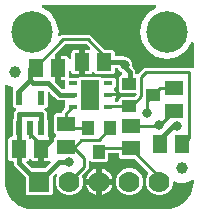
<source format=gbr>
G04 EAGLE Gerber RS-274X export*
G75*
%MOMM*%
%FSLAX34Y34*%
%LPD*%
%INTop Copper*%
%IPPOS*%
%AMOC8*
5,1,8,0,0,1.08239X$1,22.5*%
G01*
%ADD10R,1.600000X2.500000*%
%ADD11R,0.800000X0.400000*%
%ADD12C,3.516000*%
%ADD13C,1.000000*%
%ADD14R,1.300000X1.500000*%
%ADD15R,0.550000X1.200000*%
%ADD16R,1.500000X1.300000*%
%ADD17R,1.000000X1.200000*%
%ADD18R,1.200000X1.000000*%
%ADD19R,1.778000X1.778000*%
%ADD20C,1.778000*%
%ADD21C,0.254000*%
%ADD22C,0.800100*%
%ADD23C,0.406400*%

G36*
X139722Y2543D02*
X139722Y2543D01*
X139800Y2545D01*
X143177Y2810D01*
X143245Y2824D01*
X143314Y2829D01*
X143470Y2869D01*
X149894Y4956D01*
X150001Y5006D01*
X150112Y5050D01*
X150163Y5083D01*
X150182Y5091D01*
X150197Y5104D01*
X150248Y5136D01*
X155712Y9107D01*
X155799Y9188D01*
X155846Y9227D01*
X155852Y9231D01*
X155853Y9232D01*
X155891Y9264D01*
X155929Y9310D01*
X155944Y9324D01*
X155955Y9342D01*
X155993Y9388D01*
X159964Y14852D01*
X160021Y14956D01*
X160085Y15056D01*
X160107Y15113D01*
X160117Y15131D01*
X160122Y15151D01*
X160144Y15206D01*
X162231Y21630D01*
X162244Y21698D01*
X162267Y21764D01*
X162290Y21923D01*
X162555Y25300D01*
X162555Y25304D01*
X162556Y25307D01*
X162555Y25326D01*
X162559Y25400D01*
X162559Y26190D01*
X162542Y26328D01*
X162529Y26466D01*
X162522Y26485D01*
X162519Y26505D01*
X162468Y26634D01*
X162421Y26765D01*
X162410Y26782D01*
X162402Y26801D01*
X162321Y26913D01*
X162243Y27029D01*
X162228Y27042D01*
X162216Y27058D01*
X162108Y27147D01*
X162004Y27239D01*
X161986Y27248D01*
X161971Y27261D01*
X161845Y27320D01*
X161721Y27384D01*
X161701Y27388D01*
X161683Y27397D01*
X161546Y27423D01*
X161411Y27453D01*
X161390Y27453D01*
X161371Y27456D01*
X161232Y27448D01*
X161093Y27444D01*
X161073Y27438D01*
X161053Y27437D01*
X160921Y27394D01*
X160787Y27355D01*
X160770Y27345D01*
X160751Y27339D01*
X160633Y27264D01*
X160513Y27194D01*
X160492Y27175D01*
X160482Y27169D01*
X160468Y27154D01*
X160393Y27087D01*
X159504Y26198D01*
X154895Y24289D01*
X149905Y24289D01*
X146536Y25685D01*
X146488Y25698D01*
X146443Y25719D01*
X146335Y25740D01*
X146229Y25769D01*
X146179Y25770D01*
X146130Y25779D01*
X146021Y25772D01*
X145911Y25774D01*
X145863Y25762D01*
X145813Y25759D01*
X145709Y25726D01*
X145602Y25700D01*
X145558Y25677D01*
X145511Y25661D01*
X145418Y25603D01*
X145321Y25551D01*
X145284Y25518D01*
X145242Y25491D01*
X145167Y25411D01*
X145085Y25337D01*
X145058Y25296D01*
X145024Y25260D01*
X144971Y25163D01*
X144911Y25072D01*
X144894Y25025D01*
X144870Y24981D01*
X144843Y24875D01*
X144807Y24771D01*
X144803Y24721D01*
X144791Y24673D01*
X144781Y24512D01*
X144781Y23126D01*
X143041Y18925D01*
X139825Y15709D01*
X135624Y13969D01*
X131076Y13969D01*
X126875Y15709D01*
X123659Y18925D01*
X121919Y23126D01*
X121919Y27674D01*
X123659Y31875D01*
X123910Y32126D01*
X123983Y32220D01*
X124062Y32309D01*
X124080Y32345D01*
X124105Y32377D01*
X124152Y32486D01*
X124207Y32592D01*
X124215Y32632D01*
X124231Y32669D01*
X124250Y32787D01*
X124276Y32903D01*
X124275Y32943D01*
X124281Y32983D01*
X124270Y33102D01*
X124267Y33220D01*
X124255Y33259D01*
X124251Y33300D01*
X124211Y33412D01*
X124178Y33526D01*
X124158Y33561D01*
X124144Y33599D01*
X124077Y33697D01*
X124017Y33800D01*
X123977Y33845D01*
X123965Y33862D01*
X123950Y33875D01*
X123910Y33921D01*
X113243Y44588D01*
X113165Y44648D01*
X113093Y44716D01*
X113040Y44745D01*
X112992Y44782D01*
X112901Y44822D01*
X112814Y44870D01*
X112756Y44885D01*
X112700Y44909D01*
X112602Y44924D01*
X112507Y44949D01*
X112406Y44955D01*
X112386Y44959D01*
X112374Y44957D01*
X112346Y44959D01*
X100668Y44959D01*
X99179Y46448D01*
X99179Y48920D01*
X99164Y49038D01*
X99157Y49157D01*
X99144Y49195D01*
X99139Y49236D01*
X99096Y49346D01*
X99059Y49459D01*
X99037Y49494D01*
X99022Y49531D01*
X98953Y49627D01*
X98889Y49728D01*
X98859Y49756D01*
X98836Y49789D01*
X98744Y49865D01*
X98657Y49946D01*
X98622Y49966D01*
X98591Y49991D01*
X98483Y50042D01*
X98379Y50100D01*
X98339Y50110D01*
X98303Y50127D01*
X98186Y50149D01*
X98071Y50179D01*
X98011Y50183D01*
X97991Y50187D01*
X97970Y50185D01*
X97910Y50189D01*
X91360Y50189D01*
X91242Y50174D01*
X91123Y50167D01*
X91085Y50154D01*
X91044Y50149D01*
X90934Y50106D01*
X90821Y50069D01*
X90786Y50047D01*
X90749Y50032D01*
X90653Y49963D01*
X90552Y49899D01*
X90524Y49869D01*
X90491Y49846D01*
X90415Y49754D01*
X90334Y49667D01*
X90314Y49632D01*
X90289Y49601D01*
X90238Y49493D01*
X90180Y49389D01*
X90170Y49349D01*
X90153Y49313D01*
X90131Y49196D01*
X90101Y49081D01*
X90097Y49021D01*
X90093Y49001D01*
X90095Y48980D01*
X90091Y48920D01*
X90091Y43908D01*
X88602Y42419D01*
X76498Y42419D01*
X75827Y43089D01*
X75718Y43174D01*
X75611Y43263D01*
X75592Y43272D01*
X75576Y43284D01*
X75449Y43340D01*
X75323Y43399D01*
X75303Y43403D01*
X75284Y43411D01*
X75146Y43433D01*
X75010Y43459D01*
X74990Y43457D01*
X74970Y43461D01*
X74831Y43447D01*
X74693Y43439D01*
X74674Y43433D01*
X74654Y43431D01*
X74522Y43384D01*
X74391Y43341D01*
X74373Y43330D01*
X74354Y43323D01*
X74239Y43245D01*
X74122Y43171D01*
X74108Y43156D01*
X74091Y43145D01*
X73999Y43040D01*
X73904Y42939D01*
X73894Y42921D01*
X73881Y42906D01*
X73818Y42782D01*
X73750Y42661D01*
X73745Y42641D01*
X73736Y42623D01*
X73706Y42487D01*
X73671Y42353D01*
X73669Y42325D01*
X73666Y42313D01*
X73667Y42292D01*
X73661Y42192D01*
X73661Y36522D01*
X68077Y30938D01*
X68059Y30914D01*
X68036Y30895D01*
X67962Y30789D01*
X67882Y30686D01*
X67870Y30659D01*
X67853Y30635D01*
X67807Y30514D01*
X67756Y30395D01*
X67751Y30365D01*
X67740Y30338D01*
X67726Y30209D01*
X67706Y30080D01*
X67708Y30051D01*
X67705Y30022D01*
X67723Y29893D01*
X67736Y29764D01*
X67746Y29736D01*
X67750Y29707D01*
X67802Y29554D01*
X68581Y27674D01*
X68581Y23126D01*
X66841Y18925D01*
X63625Y15709D01*
X59424Y13969D01*
X54876Y13969D01*
X50675Y15709D01*
X47459Y18925D01*
X45719Y23126D01*
X45719Y27674D01*
X46975Y30705D01*
X46993Y30772D01*
X47021Y30836D01*
X47035Y30925D01*
X47059Y31011D01*
X47060Y31081D01*
X47071Y31150D01*
X47062Y31240D01*
X47064Y31329D01*
X47047Y31397D01*
X47041Y31467D01*
X47010Y31551D01*
X46990Y31639D01*
X46957Y31700D01*
X46933Y31766D01*
X46883Y31840D01*
X46841Y31920D01*
X46794Y31971D01*
X46755Y32029D01*
X46687Y32088D01*
X46627Y32155D01*
X46569Y32193D01*
X46516Y32240D01*
X46436Y32280D01*
X46361Y32330D01*
X46295Y32352D01*
X46233Y32384D01*
X46145Y32404D01*
X46060Y32433D01*
X45991Y32438D01*
X45923Y32454D01*
X45833Y32451D01*
X45743Y32458D01*
X45675Y32446D01*
X45605Y32444D01*
X45519Y32419D01*
X45430Y32404D01*
X45366Y32375D01*
X45299Y32356D01*
X45222Y32310D01*
X45140Y32273D01*
X45086Y32230D01*
X45025Y32194D01*
X44905Y32088D01*
X43552Y30736D01*
X43492Y30657D01*
X43424Y30585D01*
X43395Y30532D01*
X43358Y30484D01*
X43318Y30393D01*
X43270Y30307D01*
X43255Y30248D01*
X43231Y30193D01*
X43216Y30095D01*
X43191Y29999D01*
X43185Y29899D01*
X43181Y29878D01*
X43183Y29866D01*
X43181Y29838D01*
X43181Y15458D01*
X41692Y13969D01*
X21808Y13969D01*
X20319Y15458D01*
X20319Y28568D01*
X20307Y28666D01*
X20304Y28765D01*
X20287Y28824D01*
X20279Y28884D01*
X20243Y28976D01*
X20215Y29071D01*
X20185Y29123D01*
X20162Y29179D01*
X20104Y29259D01*
X20054Y29345D01*
X19988Y29420D01*
X19976Y29437D01*
X19966Y29445D01*
X19948Y29466D01*
X10057Y39356D01*
X10057Y42030D01*
X10042Y42148D01*
X10035Y42267D01*
X10022Y42305D01*
X10017Y42346D01*
X9974Y42456D01*
X9937Y42569D01*
X9915Y42604D01*
X9900Y42641D01*
X9831Y42737D01*
X9767Y42838D01*
X9737Y42866D01*
X9714Y42899D01*
X9622Y42975D01*
X9535Y43056D01*
X9500Y43076D01*
X9469Y43101D01*
X9361Y43152D01*
X9257Y43210D01*
X9217Y43220D01*
X9181Y43237D01*
X9064Y43259D01*
X8949Y43289D01*
X8889Y43293D01*
X8869Y43297D01*
X8848Y43295D01*
X8788Y43299D01*
X7078Y43299D01*
X5589Y44788D01*
X5589Y61892D01*
X7078Y63381D01*
X8070Y63381D01*
X8188Y63396D01*
X8307Y63403D01*
X8345Y63416D01*
X8386Y63421D01*
X8496Y63464D01*
X8609Y63501D01*
X8644Y63523D01*
X8681Y63538D01*
X8777Y63607D01*
X8878Y63671D01*
X8906Y63701D01*
X8939Y63724D01*
X9015Y63816D01*
X9096Y63903D01*
X9116Y63938D01*
X9141Y63969D01*
X9192Y64077D01*
X9250Y64181D01*
X9260Y64221D01*
X9277Y64257D01*
X9299Y64374D01*
X9329Y64489D01*
X9333Y64549D01*
X9337Y64569D01*
X9335Y64590D01*
X9339Y64650D01*
X9339Y77871D01*
X9686Y78218D01*
X9746Y78296D01*
X9814Y78368D01*
X9843Y78421D01*
X9880Y78469D01*
X9920Y78560D01*
X9968Y78647D01*
X9983Y78705D01*
X10007Y78761D01*
X10022Y78859D01*
X10047Y78954D01*
X10053Y79055D01*
X10057Y79075D01*
X10055Y79087D01*
X10057Y79115D01*
X10057Y84444D01*
X11727Y86114D01*
X11812Y86223D01*
X11901Y86330D01*
X11909Y86349D01*
X11922Y86365D01*
X11977Y86493D01*
X12036Y86618D01*
X12040Y86638D01*
X12048Y86657D01*
X12070Y86795D01*
X12096Y86931D01*
X12095Y86951D01*
X12098Y86971D01*
X12085Y87110D01*
X12076Y87248D01*
X12070Y87267D01*
X12068Y87287D01*
X12021Y87419D01*
X11978Y87550D01*
X11967Y87568D01*
X11960Y87587D01*
X11882Y87702D01*
X11808Y87819D01*
X11793Y87833D01*
X11782Y87850D01*
X11678Y87942D01*
X11576Y88037D01*
X11559Y88047D01*
X11543Y88060D01*
X11419Y88124D01*
X11298Y88191D01*
X11278Y88196D01*
X11260Y88205D01*
X11124Y88235D01*
X10990Y88270D01*
X10962Y88272D01*
X10950Y88275D01*
X10929Y88274D01*
X10829Y88280D01*
X10828Y88280D01*
X9339Y89769D01*
X9339Y104009D01*
X9355Y104053D01*
X9398Y104154D01*
X9406Y104203D01*
X9422Y104250D01*
X9431Y104360D01*
X9448Y104468D01*
X9443Y104518D01*
X9447Y104567D01*
X9429Y104676D01*
X9418Y104785D01*
X9401Y104832D01*
X9393Y104881D01*
X9348Y104981D01*
X9311Y105084D01*
X9283Y105125D01*
X9262Y105171D01*
X9194Y105256D01*
X9132Y105347D01*
X9095Y105380D01*
X9064Y105419D01*
X8976Y105485D01*
X8894Y105558D01*
X8849Y105580D01*
X8810Y105610D01*
X8665Y105681D01*
X4296Y107491D01*
X4248Y107504D01*
X4203Y107525D01*
X4095Y107546D01*
X3989Y107575D01*
X3939Y107576D01*
X3890Y107585D01*
X3781Y107578D01*
X3671Y107580D01*
X3623Y107569D01*
X3573Y107565D01*
X3469Y107532D01*
X3362Y107506D01*
X3318Y107483D01*
X3271Y107467D01*
X3178Y107409D01*
X3081Y107357D01*
X3044Y107324D01*
X3002Y107297D01*
X2927Y107217D01*
X2845Y107143D01*
X2818Y107102D01*
X2784Y107066D01*
X2731Y106969D01*
X2671Y106878D01*
X2654Y106831D01*
X2630Y106787D01*
X2603Y106681D01*
X2567Y106577D01*
X2563Y106527D01*
X2551Y106479D01*
X2541Y106319D01*
X2541Y25400D01*
X2543Y25378D01*
X2545Y25300D01*
X2810Y21923D01*
X2824Y21855D01*
X2829Y21786D01*
X2869Y21630D01*
X4956Y15206D01*
X5006Y15099D01*
X5050Y14988D01*
X5083Y14937D01*
X5091Y14918D01*
X5104Y14903D01*
X5136Y14852D01*
X9107Y9388D01*
X9127Y9366D01*
X9138Y9348D01*
X9184Y9305D01*
X9188Y9301D01*
X9264Y9209D01*
X9310Y9171D01*
X9324Y9156D01*
X9342Y9145D01*
X9388Y9107D01*
X14596Y5322D01*
X14852Y5136D01*
X14956Y5079D01*
X15056Y5015D01*
X15113Y4993D01*
X15131Y4983D01*
X15151Y4978D01*
X15206Y4956D01*
X21630Y2869D01*
X21698Y2856D01*
X21764Y2833D01*
X21923Y2810D01*
X25300Y2545D01*
X25322Y2546D01*
X25400Y2541D01*
X139700Y2541D01*
X139722Y2543D01*
G37*
G36*
X114427Y116485D02*
X114427Y116485D01*
X114567Y116490D01*
X114586Y116495D01*
X114606Y116497D01*
X114738Y116539D01*
X114872Y116578D01*
X114890Y116588D01*
X114909Y116595D01*
X115026Y116669D01*
X115146Y116740D01*
X115167Y116758D01*
X115177Y116765D01*
X115192Y116780D01*
X115267Y116846D01*
X116903Y118482D01*
X120342Y121921D01*
X160328Y121921D01*
X160392Y121857D01*
X160502Y121771D01*
X160609Y121683D01*
X160628Y121674D01*
X160644Y121662D01*
X160771Y121606D01*
X160897Y121547D01*
X160917Y121543D01*
X160936Y121535D01*
X161073Y121514D01*
X161210Y121487D01*
X161230Y121489D01*
X161250Y121486D01*
X161389Y121499D01*
X161527Y121507D01*
X161546Y121513D01*
X161566Y121515D01*
X161698Y121563D01*
X161829Y121605D01*
X161846Y121616D01*
X161866Y121623D01*
X161981Y121701D01*
X162098Y121775D01*
X162112Y121790D01*
X162129Y121801D01*
X162221Y121906D01*
X162316Y122007D01*
X162326Y122025D01*
X162339Y122040D01*
X162403Y122164D01*
X162470Y122286D01*
X162475Y122305D01*
X162484Y122323D01*
X162514Y122459D01*
X162549Y122593D01*
X162551Y122621D01*
X162554Y122633D01*
X162553Y122654D01*
X162559Y122754D01*
X162559Y142396D01*
X162546Y142500D01*
X162542Y142604D01*
X162526Y142657D01*
X162519Y142711D01*
X162481Y142808D01*
X162451Y142909D01*
X162423Y142956D01*
X162402Y143007D01*
X162341Y143092D01*
X162287Y143181D01*
X162248Y143220D01*
X162216Y143265D01*
X162135Y143331D01*
X162061Y143404D01*
X162013Y143432D01*
X161971Y143467D01*
X161876Y143512D01*
X161786Y143564D01*
X161733Y143579D01*
X161683Y143603D01*
X161580Y143622D01*
X161480Y143651D01*
X161425Y143652D01*
X161371Y143663D01*
X161266Y143656D01*
X161162Y143659D01*
X161108Y143646D01*
X161053Y143643D01*
X160954Y143611D01*
X160852Y143587D01*
X160803Y143562D01*
X160751Y143545D01*
X160662Y143489D01*
X160570Y143441D01*
X160528Y143404D01*
X160482Y143375D01*
X160410Y143299D01*
X160332Y143229D01*
X160279Y143159D01*
X160264Y143143D01*
X160257Y143130D01*
X160235Y143101D01*
X155734Y136366D01*
X148378Y131450D01*
X139700Y129724D01*
X131022Y131450D01*
X123666Y136366D01*
X118750Y143722D01*
X117024Y152400D01*
X118750Y161078D01*
X123666Y168434D01*
X130401Y172935D01*
X130480Y173003D01*
X130565Y173064D01*
X130600Y173107D01*
X130641Y173143D01*
X130701Y173229D01*
X130767Y173309D01*
X130791Y173359D01*
X130822Y173405D01*
X130858Y173503D01*
X130903Y173597D01*
X130913Y173651D01*
X130932Y173703D01*
X130943Y173807D01*
X130963Y173910D01*
X130959Y173965D01*
X130965Y174019D01*
X130949Y174123D01*
X130943Y174227D01*
X130926Y174279D01*
X130918Y174334D01*
X130877Y174430D01*
X130845Y174529D01*
X130815Y174576D01*
X130794Y174627D01*
X130731Y174710D01*
X130675Y174798D01*
X130635Y174836D01*
X130601Y174880D01*
X130519Y174945D01*
X130443Y175016D01*
X130395Y175043D01*
X130352Y175077D01*
X130256Y175119D01*
X130165Y175170D01*
X130111Y175183D01*
X130061Y175206D01*
X129958Y175223D01*
X129857Y175249D01*
X129769Y175255D01*
X129747Y175258D01*
X129732Y175257D01*
X129696Y175259D01*
X35404Y175259D01*
X35300Y175246D01*
X35196Y175242D01*
X35143Y175226D01*
X35089Y175219D01*
X34992Y175181D01*
X34891Y175151D01*
X34844Y175123D01*
X34793Y175102D01*
X34708Y175041D01*
X34619Y174987D01*
X34580Y174948D01*
X34535Y174916D01*
X34469Y174835D01*
X34396Y174761D01*
X34368Y174713D01*
X34333Y174671D01*
X34288Y174576D01*
X34236Y174486D01*
X34221Y174433D01*
X34197Y174383D01*
X34178Y174280D01*
X34149Y174180D01*
X34148Y174125D01*
X34137Y174071D01*
X34144Y173966D01*
X34141Y173862D01*
X34154Y173808D01*
X34157Y173753D01*
X34189Y173654D01*
X34213Y173552D01*
X34238Y173503D01*
X34255Y173451D01*
X34311Y173362D01*
X34359Y173270D01*
X34396Y173228D01*
X34425Y173182D01*
X34501Y173110D01*
X34571Y173032D01*
X34641Y172979D01*
X34657Y172964D01*
X34670Y172957D01*
X34699Y172935D01*
X41434Y168434D01*
X46350Y161078D01*
X48076Y152400D01*
X47662Y150318D01*
X47654Y150214D01*
X47638Y150111D01*
X47643Y150056D01*
X47639Y150001D01*
X47658Y149899D01*
X47668Y149795D01*
X47687Y149743D01*
X47696Y149688D01*
X47740Y149594D01*
X47775Y149495D01*
X47806Y149450D01*
X47829Y149400D01*
X47895Y149319D01*
X47954Y149232D01*
X47995Y149196D01*
X48030Y149153D01*
X48114Y149091D01*
X48192Y149022D01*
X48242Y148997D01*
X48286Y148964D01*
X48383Y148924D01*
X48476Y148877D01*
X48529Y148865D01*
X48581Y148844D01*
X48684Y148830D01*
X48786Y148807D01*
X48841Y148809D01*
X48896Y148802D01*
X48999Y148814D01*
X49104Y148817D01*
X49157Y148832D01*
X49212Y148839D01*
X49309Y148876D01*
X49409Y148905D01*
X49457Y148933D01*
X49508Y148953D01*
X49593Y149014D01*
X49683Y149067D01*
X49750Y149125D01*
X49767Y149138D01*
X49777Y149149D01*
X49804Y149173D01*
X50492Y149861D01*
X74578Y149861D01*
X77182Y147257D01*
X87027Y137412D01*
X87105Y137352D01*
X87177Y137284D01*
X87230Y137255D01*
X87278Y137218D01*
X87369Y137178D01*
X87456Y137130D01*
X87514Y137115D01*
X87570Y137091D01*
X87668Y137076D01*
X87763Y137051D01*
X87864Y137045D01*
X87884Y137041D01*
X87896Y137043D01*
X87924Y137041D01*
X94522Y137041D01*
X96011Y135552D01*
X96011Y132842D01*
X96026Y132724D01*
X96033Y132605D01*
X96046Y132567D01*
X96051Y132526D01*
X96094Y132416D01*
X96131Y132303D01*
X96153Y132268D01*
X96168Y132231D01*
X96237Y132135D01*
X96301Y132034D01*
X96331Y132006D01*
X96354Y131973D01*
X96446Y131897D01*
X96533Y131816D01*
X96568Y131796D01*
X96599Y131771D01*
X96707Y131720D01*
X96811Y131662D01*
X96851Y131652D01*
X96887Y131635D01*
X97004Y131613D01*
X97119Y131583D01*
X97179Y131579D01*
X97199Y131575D01*
X97220Y131577D01*
X97280Y131573D01*
X103494Y131573D01*
X103694Y131373D01*
X103772Y131312D01*
X103844Y131244D01*
X103897Y131215D01*
X103945Y131178D01*
X104036Y131139D01*
X104123Y131091D01*
X104181Y131076D01*
X104237Y131052D01*
X104335Y131036D01*
X104431Y131011D01*
X104531Y131005D01*
X104551Y131002D01*
X104563Y131003D01*
X104591Y131001D01*
X105441Y131001D01*
X107845Y130005D01*
X109685Y128165D01*
X110681Y125761D01*
X110681Y123141D01*
X110694Y123043D01*
X110697Y122944D01*
X110713Y122886D01*
X110721Y122826D01*
X110758Y122734D01*
X110785Y122639D01*
X110816Y122586D01*
X110838Y122530D01*
X110896Y122450D01*
X110947Y122365D01*
X111013Y122289D01*
X111025Y122273D01*
X111034Y122265D01*
X111053Y122244D01*
X113100Y120197D01*
X113100Y117743D01*
X113117Y117605D01*
X113131Y117467D01*
X113137Y117448D01*
X113140Y117428D01*
X113191Y117299D01*
X113238Y117168D01*
X113249Y117151D01*
X113257Y117132D01*
X113339Y117020D01*
X113417Y116905D01*
X113432Y116891D01*
X113444Y116875D01*
X113551Y116786D01*
X113655Y116694D01*
X113673Y116685D01*
X113689Y116672D01*
X113815Y116613D01*
X113938Y116550D01*
X113958Y116545D01*
X113976Y116537D01*
X114113Y116510D01*
X114249Y116480D01*
X114269Y116481D01*
X114289Y116477D01*
X114427Y116485D01*
G37*
%LPC*%
G36*
X105676Y13969D02*
X105676Y13969D01*
X101475Y15709D01*
X98259Y18925D01*
X96519Y23126D01*
X96519Y27674D01*
X98259Y31875D01*
X101475Y35091D01*
X105676Y36831D01*
X110224Y36831D01*
X114425Y35091D01*
X117641Y31875D01*
X119381Y27674D01*
X119381Y23126D01*
X117641Y18925D01*
X114425Y15709D01*
X110224Y13969D01*
X105676Y13969D01*
G37*
%LPD*%
G36*
X98418Y93386D02*
X98418Y93386D01*
X98537Y93393D01*
X98575Y93406D01*
X98616Y93411D01*
X98726Y93454D01*
X98839Y93491D01*
X98874Y93513D01*
X98911Y93528D01*
X99007Y93597D01*
X99108Y93661D01*
X99136Y93691D01*
X99169Y93714D01*
X99245Y93806D01*
X99326Y93893D01*
X99346Y93928D01*
X99371Y93959D01*
X99422Y94067D01*
X99480Y94171D01*
X99490Y94211D01*
X99507Y94247D01*
X99529Y94364D01*
X99559Y94479D01*
X99563Y94539D01*
X99567Y94559D01*
X99565Y94580D01*
X99569Y94640D01*
X99569Y95612D01*
X101058Y97101D01*
X111506Y97101D01*
X111604Y97113D01*
X111703Y97116D01*
X111761Y97133D01*
X111821Y97141D01*
X111913Y97177D01*
X112009Y97205D01*
X112061Y97235D01*
X112117Y97258D01*
X112197Y97316D01*
X112282Y97366D01*
X112358Y97432D01*
X112374Y97444D01*
X112382Y97454D01*
X112403Y97472D01*
X113783Y98853D01*
X113868Y98962D01*
X113957Y99069D01*
X113966Y99088D01*
X113978Y99104D01*
X114034Y99231D01*
X114093Y99357D01*
X114097Y99377D01*
X114105Y99396D01*
X114127Y99534D01*
X114153Y99670D01*
X114151Y99690D01*
X114154Y99710D01*
X114141Y99849D01*
X114133Y99987D01*
X114127Y100006D01*
X114125Y100026D01*
X114077Y100158D01*
X114035Y100289D01*
X114024Y100307D01*
X114017Y100326D01*
X113939Y100441D01*
X113865Y100558D01*
X113850Y100572D01*
X113838Y100589D01*
X113734Y100681D01*
X113633Y100776D01*
X113615Y100786D01*
X113600Y100799D01*
X113476Y100863D01*
X113354Y100930D01*
X113335Y100935D01*
X113317Y100944D01*
X113181Y100974D01*
X113047Y101009D01*
X113018Y101011D01*
X113007Y101014D01*
X112986Y101013D01*
X112886Y101019D01*
X101058Y101019D01*
X99569Y102508D01*
X99569Y114612D01*
X101088Y116131D01*
X101163Y116141D01*
X101228Y116166D01*
X101295Y116183D01*
X101375Y116225D01*
X101458Y116258D01*
X101515Y116299D01*
X101576Y116331D01*
X101643Y116392D01*
X101716Y116444D01*
X101760Y116498D01*
X101812Y116545D01*
X101861Y116620D01*
X101918Y116689D01*
X101948Y116753D01*
X101987Y116811D01*
X102016Y116896D01*
X102054Y116977D01*
X102067Y117046D01*
X102090Y117112D01*
X102097Y117201D01*
X102114Y117289D01*
X102109Y117359D01*
X102115Y117429D01*
X102100Y117517D01*
X102094Y117607D01*
X102072Y117673D01*
X102061Y117742D01*
X102024Y117824D01*
X101996Y117909D01*
X101959Y117968D01*
X101930Y118032D01*
X101874Y118102D01*
X101826Y118178D01*
X101775Y118226D01*
X101731Y118280D01*
X101660Y118335D01*
X101594Y118396D01*
X101533Y118430D01*
X101477Y118472D01*
X101333Y118543D01*
X100435Y118915D01*
X98595Y120755D01*
X98453Y121097D01*
X98444Y121112D01*
X98442Y121120D01*
X98421Y121153D01*
X98418Y121158D01*
X98392Y121223D01*
X98340Y121296D01*
X98295Y121374D01*
X98247Y121424D01*
X98206Y121480D01*
X98136Y121538D01*
X98074Y121602D01*
X98014Y121639D01*
X97961Y121683D01*
X97879Y121721D01*
X97803Y121768D01*
X97736Y121789D01*
X97673Y121819D01*
X97585Y121836D01*
X97499Y121862D01*
X97429Y121865D01*
X97360Y121878D01*
X97271Y121873D01*
X97181Y121877D01*
X97113Y121863D01*
X97043Y121859D01*
X96958Y121831D01*
X96870Y121813D01*
X96807Y121782D01*
X96741Y121761D01*
X96665Y121713D01*
X96584Y121673D01*
X96531Y121628D01*
X96472Y121591D01*
X96410Y121525D01*
X96342Y121467D01*
X96302Y121410D01*
X96254Y121359D01*
X96211Y121280D01*
X96159Y121207D01*
X96134Y121142D01*
X96100Y121080D01*
X96078Y120993D01*
X96046Y120909D01*
X96038Y120840D01*
X96021Y120772D01*
X96014Y120666D01*
X96013Y120661D01*
X96014Y120657D01*
X96011Y120612D01*
X96011Y118448D01*
X94522Y116959D01*
X79418Y116959D01*
X78367Y118009D01*
X78273Y118082D01*
X78184Y118161D01*
X78148Y118180D01*
X78116Y118204D01*
X78007Y118252D01*
X77901Y118306D01*
X77862Y118315D01*
X77824Y118331D01*
X77707Y118349D01*
X77591Y118375D01*
X77550Y118374D01*
X77510Y118381D01*
X77392Y118369D01*
X77273Y118366D01*
X77234Y118354D01*
X77194Y118351D01*
X77082Y118310D01*
X76967Y118277D01*
X76932Y118257D01*
X76894Y118243D01*
X76796Y118176D01*
X76693Y118116D01*
X76648Y118076D01*
X76631Y118065D01*
X76618Y118049D01*
X76572Y118009D01*
X76030Y117467D01*
X75451Y117132D01*
X74804Y116959D01*
X70509Y116959D01*
X70509Y125730D01*
X70494Y125848D01*
X70487Y125967D01*
X70474Y126005D01*
X70469Y126045D01*
X70425Y126156D01*
X70389Y126269D01*
X70367Y126304D01*
X70352Y126341D01*
X70282Y126437D01*
X70219Y126538D01*
X70189Y126566D01*
X70165Y126598D01*
X70074Y126674D01*
X69987Y126756D01*
X69952Y126775D01*
X69920Y126801D01*
X69813Y126852D01*
X69709Y126909D01*
X69669Y126920D01*
X69633Y126937D01*
X69516Y126959D01*
X69401Y126989D01*
X69340Y126993D01*
X69320Y126997D01*
X69300Y126995D01*
X69240Y126999D01*
X66700Y126999D01*
X66582Y126984D01*
X66463Y126977D01*
X66425Y126964D01*
X66385Y126959D01*
X66274Y126915D01*
X66161Y126879D01*
X66126Y126857D01*
X66089Y126842D01*
X65993Y126772D01*
X65892Y126709D01*
X65864Y126679D01*
X65831Y126655D01*
X65756Y126564D01*
X65674Y126477D01*
X65654Y126442D01*
X65629Y126410D01*
X65578Y126303D01*
X65520Y126199D01*
X65510Y126159D01*
X65493Y126123D01*
X65471Y126006D01*
X65441Y125891D01*
X65437Y125830D01*
X65433Y125810D01*
X65435Y125790D01*
X65431Y125730D01*
X65431Y116959D01*
X61136Y116959D01*
X60489Y117132D01*
X59910Y117467D01*
X59437Y117940D01*
X59046Y118617D01*
X59022Y118677D01*
X59019Y118682D01*
X59016Y118688D01*
X58925Y118811D01*
X58836Y118934D01*
X58831Y118938D01*
X58827Y118943D01*
X58708Y119040D01*
X58591Y119137D01*
X58585Y119140D01*
X58580Y119144D01*
X58441Y119208D01*
X58303Y119273D01*
X58297Y119274D01*
X58291Y119276D01*
X58139Y119304D01*
X57990Y119332D01*
X57984Y119332D01*
X57978Y119333D01*
X57825Y119322D01*
X57673Y119313D01*
X57667Y119311D01*
X57661Y119310D01*
X57516Y119262D01*
X57371Y119215D01*
X57365Y119211D01*
X57359Y119209D01*
X57231Y119126D01*
X57102Y119044D01*
X57097Y119040D01*
X57092Y119036D01*
X56989Y118925D01*
X56884Y118813D01*
X56881Y118807D01*
X56877Y118803D01*
X56804Y118669D01*
X56730Y118534D01*
X56729Y118528D01*
X56726Y118523D01*
X56706Y118441D01*
X56703Y118435D01*
X56699Y118415D01*
X56689Y118374D01*
X56651Y118226D01*
X56650Y118218D01*
X56649Y118214D01*
X56650Y118204D01*
X56645Y118131D01*
X56643Y118123D01*
X56644Y118114D01*
X56641Y118066D01*
X56641Y114870D01*
X56656Y114752D01*
X56663Y114633D01*
X56676Y114595D01*
X56681Y114554D01*
X56724Y114444D01*
X56761Y114331D01*
X56783Y114296D01*
X56798Y114259D01*
X56867Y114163D01*
X56931Y114062D01*
X56961Y114034D01*
X56984Y114001D01*
X57076Y113925D01*
X57163Y113844D01*
X57198Y113824D01*
X57229Y113799D01*
X57337Y113748D01*
X57441Y113690D01*
X57481Y113680D01*
X57517Y113663D01*
X57634Y113641D01*
X57749Y113611D01*
X57809Y113607D01*
X57829Y113603D01*
X57850Y113605D01*
X57910Y113601D01*
X64852Y113601D01*
X64950Y113613D01*
X65049Y113616D01*
X65107Y113633D01*
X65167Y113641D01*
X65259Y113677D01*
X65355Y113705D01*
X65407Y113735D01*
X65463Y113758D01*
X65543Y113816D01*
X65628Y113866D01*
X65704Y113932D01*
X65720Y113944D01*
X65728Y113954D01*
X65749Y113972D01*
X65878Y114101D01*
X83982Y114101D01*
X84111Y113972D01*
X84189Y113912D01*
X84261Y113844D01*
X84314Y113815D01*
X84362Y113778D01*
X84453Y113738D01*
X84540Y113690D01*
X84598Y113675D01*
X84654Y113651D01*
X84752Y113636D01*
X84847Y113611D01*
X84948Y113605D01*
X84968Y113601D01*
X84980Y113603D01*
X85008Y113601D01*
X94982Y113601D01*
X96471Y112112D01*
X96471Y106008D01*
X95421Y104957D01*
X95348Y104863D01*
X95269Y104774D01*
X95250Y104738D01*
X95226Y104706D01*
X95178Y104597D01*
X95124Y104491D01*
X95115Y104452D01*
X95099Y104414D01*
X95081Y104297D01*
X95055Y104181D01*
X95056Y104140D01*
X95049Y104100D01*
X95061Y103982D01*
X95064Y103863D01*
X95076Y103824D01*
X95079Y103784D01*
X95120Y103672D01*
X95153Y103557D01*
X95173Y103522D01*
X95187Y103484D01*
X95254Y103386D01*
X95314Y103283D01*
X95354Y103238D01*
X95365Y103221D01*
X95381Y103208D01*
X95421Y103162D01*
X95963Y102620D01*
X96298Y102041D01*
X96471Y101394D01*
X96471Y100329D01*
X89930Y100329D01*
X89812Y100314D01*
X89693Y100307D01*
X89655Y100295D01*
X89615Y100290D01*
X89504Y100246D01*
X89391Y100209D01*
X89357Y100187D01*
X89319Y100173D01*
X89223Y100103D01*
X89122Y100039D01*
X89094Y100009D01*
X89062Y99986D01*
X88986Y99894D01*
X88904Y99807D01*
X88885Y99772D01*
X88859Y99741D01*
X88808Y99633D01*
X88751Y99529D01*
X88741Y99490D01*
X88723Y99453D01*
X88701Y99336D01*
X88671Y99221D01*
X88667Y99161D01*
X88664Y99141D01*
X88664Y99140D01*
X88665Y99120D01*
X88661Y99060D01*
X88676Y98942D01*
X88683Y98823D01*
X88696Y98784D01*
X88701Y98744D01*
X88745Y98634D01*
X88781Y98520D01*
X88803Y98486D01*
X88818Y98449D01*
X88888Y98352D01*
X88952Y98252D01*
X88981Y98224D01*
X89005Y98191D01*
X89097Y98115D01*
X89183Y98034D01*
X89219Y98014D01*
X89250Y97988D01*
X89357Y97938D01*
X89462Y97880D01*
X89501Y97870D01*
X89537Y97853D01*
X89654Y97831D01*
X89770Y97801D01*
X89830Y97797D01*
X89850Y97793D01*
X89870Y97794D01*
X89930Y97791D01*
X96471Y97791D01*
X96471Y96726D01*
X96298Y96079D01*
X95939Y95458D01*
X95916Y95428D01*
X95827Y95321D01*
X95818Y95302D01*
X95806Y95286D01*
X95750Y95158D01*
X95691Y95033D01*
X95687Y95013D01*
X95679Y94995D01*
X95657Y94857D01*
X95631Y94720D01*
X95633Y94700D01*
X95629Y94681D01*
X95642Y94542D01*
X95651Y94403D01*
X95657Y94384D01*
X95659Y94364D01*
X95706Y94233D01*
X95749Y94101D01*
X95760Y94084D01*
X95767Y94065D01*
X95845Y93950D01*
X95919Y93832D01*
X95934Y93818D01*
X95945Y93801D01*
X96050Y93709D01*
X96151Y93614D01*
X96169Y93604D01*
X96184Y93591D01*
X96307Y93528D01*
X96429Y93460D01*
X96449Y93455D01*
X96467Y93446D01*
X96603Y93416D01*
X96737Y93381D01*
X96765Y93379D01*
X96777Y93377D01*
X96798Y93377D01*
X96898Y93371D01*
X98300Y93371D01*
X98418Y93386D01*
G37*
G36*
X43391Y61713D02*
X43391Y61713D01*
X43537Y61722D01*
X43550Y61726D01*
X43563Y61728D01*
X43701Y61776D01*
X43839Y61820D01*
X43851Y61828D01*
X43864Y61832D01*
X43985Y61913D01*
X44108Y61991D01*
X44117Y62000D01*
X44129Y62008D01*
X44225Y62115D01*
X44326Y62222D01*
X44333Y62234D01*
X44342Y62244D01*
X44409Y62373D01*
X44480Y62501D01*
X44483Y62514D01*
X44489Y62526D01*
X44522Y62666D01*
X44559Y62809D01*
X44559Y62812D01*
X45619Y63873D01*
X45692Y63967D01*
X45771Y64056D01*
X45789Y64092D01*
X45814Y64124D01*
X45862Y64233D01*
X45916Y64339D01*
X45925Y64378D01*
X45941Y64416D01*
X45959Y64533D01*
X45985Y64649D01*
X45984Y64690D01*
X45990Y64730D01*
X45979Y64848D01*
X45976Y64967D01*
X45964Y65006D01*
X45961Y65046D01*
X45920Y65158D01*
X45887Y65273D01*
X45867Y65308D01*
X45853Y65346D01*
X45786Y65444D01*
X45726Y65547D01*
X45686Y65592D01*
X45674Y65609D01*
X45659Y65622D01*
X45619Y65668D01*
X44569Y66718D01*
X44569Y81822D01*
X46058Y83311D01*
X49530Y83311D01*
X49648Y83326D01*
X49767Y83333D01*
X49805Y83346D01*
X49846Y83351D01*
X49956Y83394D01*
X50069Y83431D01*
X50104Y83453D01*
X50141Y83468D01*
X50237Y83537D01*
X50338Y83601D01*
X50366Y83631D01*
X50399Y83654D01*
X50475Y83746D01*
X50556Y83833D01*
X50576Y83868D01*
X50601Y83899D01*
X50652Y84007D01*
X50710Y84111D01*
X50720Y84151D01*
X50737Y84187D01*
X50759Y84304D01*
X50789Y84419D01*
X50793Y84479D01*
X50797Y84499D01*
X50795Y84520D01*
X50799Y84580D01*
X50799Y85318D01*
X53018Y87537D01*
X53078Y87615D01*
X53146Y87687D01*
X53175Y87740D01*
X53212Y87788D01*
X53252Y87879D01*
X53300Y87966D01*
X53315Y88024D01*
X53339Y88080D01*
X53354Y88178D01*
X53379Y88274D01*
X53385Y88374D01*
X53389Y88394D01*
X53387Y88406D01*
X53389Y88434D01*
X53389Y92112D01*
X53597Y92320D01*
X53683Y92430D01*
X53771Y92537D01*
X53780Y92556D01*
X53792Y92572D01*
X53848Y92700D01*
X53907Y92825D01*
X53911Y92845D01*
X53919Y92864D01*
X53941Y93002D01*
X53967Y93138D01*
X53965Y93158D01*
X53969Y93178D01*
X53955Y93317D01*
X53947Y93455D01*
X53941Y93474D01*
X53939Y93494D01*
X53892Y93625D01*
X53849Y93757D01*
X53838Y93775D01*
X53831Y93794D01*
X53753Y93908D01*
X53679Y94026D01*
X53664Y94040D01*
X53653Y94057D01*
X53548Y94149D01*
X53447Y94244D01*
X53429Y94254D01*
X53414Y94267D01*
X53290Y94330D01*
X53169Y94398D01*
X53149Y94403D01*
X53131Y94412D01*
X52995Y94442D01*
X52861Y94477D01*
X52833Y94479D01*
X52821Y94482D01*
X52800Y94481D01*
X52700Y94487D01*
X47636Y94487D01*
X44586Y97538D01*
X41087Y101036D01*
X40978Y101121D01*
X40871Y101210D01*
X40852Y101218D01*
X40836Y101231D01*
X40708Y101286D01*
X40583Y101345D01*
X40563Y101349D01*
X40544Y101357D01*
X40406Y101379D01*
X40270Y101405D01*
X40250Y101404D01*
X40230Y101407D01*
X40091Y101394D01*
X39953Y101385D01*
X39934Y101379D01*
X39914Y101377D01*
X39782Y101330D01*
X39651Y101287D01*
X39633Y101276D01*
X39614Y101269D01*
X39499Y101191D01*
X39382Y101117D01*
X39368Y101102D01*
X39351Y101091D01*
X39259Y100987D01*
X39164Y100885D01*
X39154Y100868D01*
X39141Y100852D01*
X39077Y100728D01*
X39010Y100607D01*
X39005Y100587D01*
X38996Y100569D01*
X38966Y100433D01*
X38931Y100299D01*
X38929Y100271D01*
X38926Y100259D01*
X38927Y100238D01*
X38921Y100138D01*
X38921Y89769D01*
X37432Y88280D01*
X37431Y88280D01*
X37293Y88263D01*
X37154Y88250D01*
X37135Y88243D01*
X37115Y88240D01*
X36986Y88189D01*
X36855Y88142D01*
X36838Y88131D01*
X36820Y88123D01*
X36707Y88042D01*
X36592Y87964D01*
X36579Y87948D01*
X36562Y87937D01*
X36473Y87829D01*
X36382Y87725D01*
X36372Y87707D01*
X36359Y87692D01*
X36300Y87566D01*
X36237Y87442D01*
X36232Y87422D01*
X36224Y87404D01*
X36198Y87268D01*
X36167Y87132D01*
X36168Y87111D01*
X36164Y87092D01*
X36173Y86953D01*
X36177Y86814D01*
X36183Y86794D01*
X36184Y86774D01*
X36227Y86642D01*
X36265Y86508D01*
X36276Y86491D01*
X36282Y86472D01*
X36356Y86354D01*
X36427Y86234D01*
X36445Y86213D01*
X36452Y86203D01*
X36467Y86189D01*
X36533Y86114D01*
X38203Y84444D01*
X38203Y79115D01*
X38215Y79017D01*
X38218Y78918D01*
X38235Y78860D01*
X38243Y78800D01*
X38279Y78708D01*
X38307Y78612D01*
X38337Y78560D01*
X38360Y78504D01*
X38418Y78424D01*
X38468Y78339D01*
X38534Y78263D01*
X38546Y78247D01*
X38556Y78239D01*
X38574Y78218D01*
X38921Y77871D01*
X38921Y64650D01*
X38936Y64532D01*
X38943Y64413D01*
X38956Y64375D01*
X38961Y64334D01*
X39004Y64224D01*
X39041Y64111D01*
X39063Y64076D01*
X39078Y64039D01*
X39147Y63943D01*
X39211Y63842D01*
X39241Y63814D01*
X39264Y63781D01*
X39356Y63705D01*
X39443Y63624D01*
X39478Y63604D01*
X39509Y63579D01*
X39617Y63528D01*
X39721Y63470D01*
X39761Y63460D01*
X39797Y63443D01*
X39914Y63421D01*
X40029Y63391D01*
X40089Y63387D01*
X40109Y63383D01*
X40130Y63385D01*
X40190Y63381D01*
X40464Y63381D01*
X41111Y63208D01*
X41690Y62873D01*
X42163Y62400D01*
X42201Y62335D01*
X42289Y62218D01*
X42374Y62101D01*
X42385Y62092D01*
X42393Y62081D01*
X42507Y61991D01*
X42619Y61898D01*
X42632Y61892D01*
X42642Y61884D01*
X42775Y61825D01*
X42907Y61762D01*
X42920Y61760D01*
X42933Y61754D01*
X43076Y61730D01*
X43220Y61703D01*
X43233Y61703D01*
X43246Y61701D01*
X43391Y61713D01*
G37*
G36*
X48988Y121936D02*
X48988Y121936D01*
X49107Y121943D01*
X49145Y121956D01*
X49185Y121961D01*
X49296Y122005D01*
X49409Y122041D01*
X49444Y122063D01*
X49481Y122078D01*
X49577Y122148D01*
X49678Y122211D01*
X49706Y122241D01*
X49738Y122265D01*
X49814Y122356D01*
X49896Y122443D01*
X49915Y122478D01*
X49941Y122510D01*
X49992Y122617D01*
X50049Y122721D01*
X50060Y122761D01*
X50077Y122797D01*
X50099Y122914D01*
X50129Y123029D01*
X50133Y123090D01*
X50137Y123110D01*
X50135Y123130D01*
X50139Y123190D01*
X50139Y131961D01*
X54434Y131961D01*
X55081Y131788D01*
X55660Y131453D01*
X56133Y130980D01*
X56524Y130303D01*
X56548Y130243D01*
X56551Y130238D01*
X56554Y130232D01*
X56645Y130109D01*
X56734Y129986D01*
X56739Y129982D01*
X56743Y129977D01*
X56862Y129880D01*
X56979Y129783D01*
X56985Y129780D01*
X56990Y129776D01*
X57129Y129712D01*
X57267Y129647D01*
X57273Y129646D01*
X57279Y129644D01*
X57431Y129616D01*
X57580Y129588D01*
X57586Y129588D01*
X57592Y129587D01*
X57745Y129598D01*
X57897Y129607D01*
X57903Y129609D01*
X57909Y129610D01*
X58054Y129658D01*
X58199Y129705D01*
X58205Y129709D01*
X58211Y129711D01*
X58339Y129794D01*
X58468Y129876D01*
X58473Y129880D01*
X58478Y129884D01*
X58581Y129995D01*
X58686Y130107D01*
X58689Y130113D01*
X58693Y130117D01*
X58766Y130251D01*
X58840Y130386D01*
X58841Y130392D01*
X58844Y130397D01*
X58881Y130546D01*
X58919Y130694D01*
X58920Y130702D01*
X58921Y130706D01*
X58920Y130716D01*
X58929Y130854D01*
X58929Y134834D01*
X59102Y135481D01*
X59437Y136060D01*
X59910Y136533D01*
X60489Y136868D01*
X61136Y137041D01*
X65431Y137041D01*
X65431Y128270D01*
X65446Y128152D01*
X65453Y128033D01*
X65466Y127995D01*
X65471Y127955D01*
X65514Y127844D01*
X65551Y127731D01*
X65573Y127696D01*
X65588Y127659D01*
X65658Y127563D01*
X65721Y127462D01*
X65751Y127434D01*
X65775Y127402D01*
X65866Y127326D01*
X65953Y127244D01*
X65988Y127225D01*
X66019Y127199D01*
X66127Y127148D01*
X66231Y127091D01*
X66271Y127080D01*
X66307Y127063D01*
X66424Y127041D01*
X66539Y127011D01*
X66600Y127007D01*
X66620Y127003D01*
X66640Y127005D01*
X66700Y127001D01*
X69240Y127001D01*
X69358Y127016D01*
X69477Y127023D01*
X69515Y127036D01*
X69555Y127041D01*
X69666Y127085D01*
X69779Y127121D01*
X69814Y127143D01*
X69851Y127158D01*
X69947Y127228D01*
X70048Y127291D01*
X70076Y127321D01*
X70108Y127345D01*
X70184Y127436D01*
X70266Y127523D01*
X70285Y127558D01*
X70311Y127590D01*
X70362Y127697D01*
X70419Y127801D01*
X70430Y127841D01*
X70447Y127877D01*
X70469Y127994D01*
X70499Y128109D01*
X70503Y128170D01*
X70507Y128190D01*
X70505Y128210D01*
X70509Y128270D01*
X70509Y137041D01*
X73556Y137041D01*
X73693Y137058D01*
X73832Y137071D01*
X73851Y137078D01*
X73871Y137081D01*
X74000Y137132D01*
X74131Y137179D01*
X74148Y137190D01*
X74167Y137198D01*
X74280Y137279D01*
X74395Y137357D01*
X74408Y137373D01*
X74424Y137384D01*
X74513Y137492D01*
X74605Y137596D01*
X74614Y137614D01*
X74627Y137629D01*
X74686Y137755D01*
X74750Y137879D01*
X74754Y137899D01*
X74763Y137917D01*
X74789Y138053D01*
X74819Y138189D01*
X74819Y138210D01*
X74823Y138229D01*
X74814Y138368D01*
X74810Y138507D01*
X74804Y138527D01*
X74803Y138547D01*
X74760Y138679D01*
X74721Y138813D01*
X74711Y138830D01*
X74705Y138849D01*
X74630Y138967D01*
X74560Y139087D01*
X74541Y139108D01*
X74535Y139118D01*
X74520Y139132D01*
X74453Y139207D01*
X71793Y141868D01*
X71715Y141928D01*
X71643Y141996D01*
X71590Y142025D01*
X71542Y142062D01*
X71451Y142102D01*
X71364Y142150D01*
X71306Y142165D01*
X71250Y142189D01*
X71152Y142204D01*
X71056Y142229D01*
X70956Y142235D01*
X70936Y142239D01*
X70924Y142237D01*
X70896Y142239D01*
X54174Y142239D01*
X54076Y142227D01*
X53977Y142224D01*
X53919Y142207D01*
X53859Y142199D01*
X53767Y142163D01*
X53671Y142135D01*
X53619Y142105D01*
X53563Y142082D01*
X53483Y142024D01*
X53398Y141974D01*
X53322Y141908D01*
X53306Y141896D01*
X53298Y141886D01*
X53277Y141868D01*
X45433Y134023D01*
X45372Y133945D01*
X45304Y133873D01*
X45275Y133820D01*
X45238Y133772D01*
X45198Y133681D01*
X45150Y133594D01*
X45135Y133536D01*
X45111Y133480D01*
X45096Y133382D01*
X45071Y133287D01*
X45065Y133187D01*
X45061Y133166D01*
X45063Y133154D01*
X45061Y133126D01*
X45061Y123190D01*
X45076Y123072D01*
X45083Y122953D01*
X45096Y122915D01*
X45101Y122875D01*
X45144Y122764D01*
X45181Y122651D01*
X45203Y122616D01*
X45218Y122579D01*
X45288Y122483D01*
X45351Y122382D01*
X45381Y122354D01*
X45405Y122322D01*
X45496Y122246D01*
X45583Y122164D01*
X45618Y122145D01*
X45649Y122119D01*
X45757Y122068D01*
X45861Y122011D01*
X45901Y122000D01*
X45937Y121983D01*
X46054Y121961D01*
X46169Y121931D01*
X46230Y121927D01*
X46250Y121923D01*
X46270Y121925D01*
X46330Y121921D01*
X48870Y121921D01*
X48988Y121936D01*
G37*
G36*
X36286Y36843D02*
X36286Y36843D01*
X36385Y36846D01*
X36444Y36863D01*
X36504Y36871D01*
X36596Y36907D01*
X36691Y36935D01*
X36743Y36965D01*
X36799Y36988D01*
X36879Y37046D01*
X36965Y37096D01*
X37040Y37162D01*
X37057Y37174D01*
X37065Y37184D01*
X37086Y37202D01*
X41016Y41133D01*
X41101Y41242D01*
X41190Y41349D01*
X41198Y41368D01*
X41211Y41384D01*
X41266Y41512D01*
X41325Y41637D01*
X41329Y41657D01*
X41337Y41676D01*
X41359Y41814D01*
X41385Y41950D01*
X41384Y41970D01*
X41387Y41990D01*
X41374Y42129D01*
X41365Y42267D01*
X41359Y42286D01*
X41357Y42306D01*
X41310Y42438D01*
X41267Y42569D01*
X41256Y42587D01*
X41249Y42606D01*
X41171Y42721D01*
X41097Y42838D01*
X41082Y42852D01*
X41071Y42869D01*
X40967Y42961D01*
X40865Y43056D01*
X40848Y43066D01*
X40832Y43079D01*
X40708Y43143D01*
X40587Y43210D01*
X40567Y43215D01*
X40549Y43224D01*
X40413Y43254D01*
X40279Y43289D01*
X40251Y43291D01*
X40239Y43294D01*
X40218Y43293D01*
X40118Y43299D01*
X36169Y43299D01*
X36169Y52070D01*
X36154Y52188D01*
X36147Y52307D01*
X36134Y52345D01*
X36129Y52385D01*
X36085Y52496D01*
X36049Y52609D01*
X36027Y52644D01*
X36012Y52681D01*
X35942Y52777D01*
X35879Y52878D01*
X35849Y52906D01*
X35825Y52938D01*
X35734Y53014D01*
X35647Y53096D01*
X35612Y53115D01*
X35580Y53141D01*
X35473Y53192D01*
X35369Y53249D01*
X35329Y53260D01*
X35293Y53277D01*
X35176Y53299D01*
X35061Y53329D01*
X35000Y53333D01*
X34980Y53337D01*
X34960Y53335D01*
X34900Y53339D01*
X32360Y53339D01*
X32242Y53324D01*
X32123Y53317D01*
X32085Y53304D01*
X32045Y53299D01*
X31934Y53255D01*
X31821Y53219D01*
X31786Y53197D01*
X31749Y53182D01*
X31653Y53112D01*
X31552Y53049D01*
X31524Y53019D01*
X31491Y52995D01*
X31416Y52904D01*
X31334Y52817D01*
X31314Y52782D01*
X31289Y52750D01*
X31238Y52643D01*
X31180Y52539D01*
X31170Y52499D01*
X31153Y52463D01*
X31131Y52346D01*
X31101Y52231D01*
X31097Y52170D01*
X31093Y52150D01*
X31095Y52130D01*
X31094Y52128D01*
X31093Y52122D01*
X31094Y52116D01*
X31091Y52070D01*
X31091Y43299D01*
X26796Y43299D01*
X26149Y43472D01*
X25570Y43807D01*
X25028Y44349D01*
X24933Y44422D01*
X24844Y44501D01*
X24808Y44520D01*
X24776Y44544D01*
X24667Y44592D01*
X24561Y44646D01*
X24522Y44655D01*
X24484Y44671D01*
X24366Y44689D01*
X24251Y44715D01*
X24210Y44714D01*
X24170Y44721D01*
X24052Y44709D01*
X23933Y44706D01*
X23894Y44694D01*
X23854Y44691D01*
X23742Y44650D01*
X23627Y44617D01*
X23592Y44597D01*
X23554Y44583D01*
X23456Y44516D01*
X23353Y44456D01*
X23308Y44416D01*
X23291Y44405D01*
X23278Y44389D01*
X23233Y44349D01*
X22182Y43299D01*
X22112Y43299D01*
X21974Y43282D01*
X21835Y43269D01*
X21816Y43262D01*
X21796Y43259D01*
X21667Y43208D01*
X21536Y43161D01*
X21519Y43150D01*
X21501Y43142D01*
X21388Y43061D01*
X21273Y42983D01*
X21260Y42967D01*
X21243Y42956D01*
X21154Y42848D01*
X21063Y42744D01*
X21053Y42726D01*
X21040Y42711D01*
X20981Y42585D01*
X20918Y42461D01*
X20913Y42441D01*
X20905Y42423D01*
X20879Y42287D01*
X20848Y42151D01*
X20849Y42130D01*
X20845Y42111D01*
X20854Y41972D01*
X20858Y41833D01*
X20864Y41813D01*
X20865Y41793D01*
X20908Y41661D01*
X20946Y41527D01*
X20957Y41510D01*
X20963Y41491D01*
X21037Y41373D01*
X21108Y41253D01*
X21126Y41232D01*
X21133Y41222D01*
X21148Y41208D01*
X21214Y41133D01*
X25144Y37202D01*
X25223Y37142D01*
X25295Y37074D01*
X25348Y37045D01*
X25396Y37008D01*
X25487Y36968D01*
X25573Y36920D01*
X25632Y36905D01*
X25687Y36881D01*
X25785Y36866D01*
X25881Y36841D01*
X25981Y36835D01*
X26002Y36831D01*
X26014Y36833D01*
X26042Y36831D01*
X36188Y36831D01*
X36286Y36843D01*
G37*
G36*
X52838Y103650D02*
X52838Y103650D01*
X52976Y103663D01*
X52995Y103670D01*
X53015Y103673D01*
X53145Y103724D01*
X53276Y103771D01*
X53292Y103782D01*
X53311Y103790D01*
X53424Y103871D01*
X53539Y103949D01*
X53552Y103965D01*
X53568Y103976D01*
X53657Y104084D01*
X53749Y104188D01*
X53758Y104206D01*
X53771Y104221D01*
X53830Y104347D01*
X53894Y104471D01*
X53898Y104491D01*
X53907Y104509D01*
X53933Y104645D01*
X53963Y104781D01*
X53963Y104802D01*
X53967Y104821D01*
X53958Y104960D01*
X53954Y105099D01*
X53948Y105119D01*
X53947Y105139D01*
X53904Y105271D01*
X53865Y105405D01*
X53855Y105422D01*
X53849Y105441D01*
X53774Y105559D01*
X53704Y105679D01*
X53685Y105700D01*
X53679Y105710D01*
X53664Y105724D01*
X53597Y105800D01*
X53389Y106008D01*
X53389Y110610D01*
X53374Y110728D01*
X53367Y110847D01*
X53354Y110885D01*
X53349Y110926D01*
X53306Y111036D01*
X53269Y111149D01*
X53247Y111184D01*
X53232Y111221D01*
X53163Y111317D01*
X53099Y111418D01*
X53069Y111446D01*
X53046Y111479D01*
X52954Y111555D01*
X52867Y111636D01*
X52832Y111656D01*
X52801Y111681D01*
X52693Y111732D01*
X52589Y111790D01*
X52549Y111800D01*
X52513Y111817D01*
X52396Y111839D01*
X52281Y111869D01*
X52221Y111873D01*
X52201Y111877D01*
X52180Y111875D01*
X52120Y111879D01*
X50139Y111879D01*
X50139Y120650D01*
X50124Y120768D01*
X50117Y120887D01*
X50104Y120925D01*
X50099Y120965D01*
X50055Y121076D01*
X50019Y121189D01*
X49997Y121224D01*
X49982Y121261D01*
X49912Y121357D01*
X49849Y121458D01*
X49819Y121486D01*
X49795Y121518D01*
X49704Y121594D01*
X49617Y121676D01*
X49582Y121695D01*
X49550Y121721D01*
X49443Y121772D01*
X49339Y121829D01*
X49299Y121840D01*
X49263Y121857D01*
X49146Y121879D01*
X49031Y121909D01*
X48970Y121913D01*
X48950Y121917D01*
X48930Y121915D01*
X48870Y121919D01*
X46330Y121919D01*
X46212Y121904D01*
X46093Y121897D01*
X46055Y121884D01*
X46015Y121879D01*
X45904Y121835D01*
X45791Y121799D01*
X45756Y121777D01*
X45719Y121762D01*
X45623Y121692D01*
X45522Y121629D01*
X45494Y121599D01*
X45461Y121575D01*
X45386Y121484D01*
X45304Y121397D01*
X45284Y121362D01*
X45259Y121330D01*
X45208Y121223D01*
X45150Y121119D01*
X45140Y121079D01*
X45123Y121043D01*
X45101Y120926D01*
X45071Y120811D01*
X45067Y120750D01*
X45063Y120730D01*
X45065Y120710D01*
X45061Y120650D01*
X45061Y111066D01*
X45048Y111041D01*
X45044Y111021D01*
X45035Y111003D01*
X45009Y110867D01*
X44978Y110731D01*
X44979Y110710D01*
X44975Y110690D01*
X44984Y110552D01*
X44988Y110413D01*
X44994Y110393D01*
X44995Y110373D01*
X45038Y110241D01*
X45076Y110107D01*
X45087Y110090D01*
X45093Y110071D01*
X45167Y109953D01*
X45238Y109833D01*
X45256Y109812D01*
X45263Y109802D01*
X45278Y109788D01*
X45344Y109712D01*
X51052Y104004D01*
X51131Y103944D01*
X51203Y103876D01*
X51256Y103847D01*
X51304Y103810D01*
X51395Y103770D01*
X51481Y103722D01*
X51540Y103707D01*
X51595Y103683D01*
X51693Y103668D01*
X51789Y103643D01*
X51889Y103637D01*
X51910Y103633D01*
X51922Y103635D01*
X51950Y103633D01*
X52700Y103633D01*
X52838Y103650D01*
G37*
%LPC*%
G36*
X85049Y27899D02*
X85049Y27899D01*
X85049Y36577D01*
X85227Y36549D01*
X86938Y35993D01*
X88541Y35177D01*
X89997Y34119D01*
X91269Y32847D01*
X92327Y31391D01*
X93143Y29788D01*
X93699Y28077D01*
X93727Y27899D01*
X85049Y27899D01*
G37*
%LPD*%
%LPC*%
G36*
X71373Y27899D02*
X71373Y27899D01*
X71401Y28077D01*
X71957Y29788D01*
X72773Y31391D01*
X73831Y32847D01*
X75103Y34119D01*
X76559Y35177D01*
X78162Y35993D01*
X79873Y36549D01*
X80051Y36577D01*
X80051Y27899D01*
X71373Y27899D01*
G37*
%LPD*%
%LPC*%
G36*
X85049Y22901D02*
X85049Y22901D01*
X93727Y22901D01*
X93699Y22723D01*
X93143Y21012D01*
X92327Y19409D01*
X91269Y17953D01*
X89997Y16681D01*
X88541Y15623D01*
X86938Y14807D01*
X85227Y14251D01*
X85049Y14223D01*
X85049Y22901D01*
G37*
%LPD*%
%LPC*%
G36*
X79873Y14251D02*
X79873Y14251D01*
X78162Y14807D01*
X76559Y15623D01*
X75103Y16681D01*
X73831Y17953D01*
X72773Y19409D01*
X71957Y21012D01*
X71401Y22723D01*
X71373Y22901D01*
X80051Y22901D01*
X80051Y14223D01*
X79873Y14251D01*
G37*
%LPD*%
G36*
X24208Y61971D02*
X24208Y61971D01*
X24327Y61974D01*
X24366Y61986D01*
X24406Y61989D01*
X24519Y62030D01*
X24633Y62063D01*
X24668Y62083D01*
X24706Y62097D01*
X24804Y62164D01*
X24907Y62224D01*
X24952Y62264D01*
X24969Y62275D01*
X24982Y62291D01*
X25028Y62331D01*
X25133Y62436D01*
X25193Y62514D01*
X25261Y62586D01*
X25290Y62639D01*
X25327Y62687D01*
X25367Y62778D01*
X25415Y62864D01*
X25430Y62923D01*
X25454Y62979D01*
X25469Y63077D01*
X25494Y63172D01*
X25500Y63272D01*
X25504Y63293D01*
X25502Y63305D01*
X25504Y63333D01*
X25504Y70714D01*
X25489Y70832D01*
X25482Y70951D01*
X25469Y70989D01*
X25464Y71029D01*
X25421Y71140D01*
X25384Y71253D01*
X25362Y71287D01*
X25347Y71325D01*
X25278Y71421D01*
X25214Y71522D01*
X25184Y71550D01*
X25161Y71582D01*
X25069Y71658D01*
X24982Y71740D01*
X24947Y71759D01*
X24916Y71785D01*
X24808Y71836D01*
X24704Y71893D01*
X24664Y71903D01*
X24628Y71921D01*
X24511Y71943D01*
X24396Y71973D01*
X24336Y71977D01*
X24316Y71980D01*
X24295Y71979D01*
X24235Y71983D01*
X24025Y71983D01*
X23907Y71968D01*
X23788Y71961D01*
X23750Y71948D01*
X23709Y71943D01*
X23599Y71899D01*
X23486Y71863D01*
X23451Y71841D01*
X23414Y71826D01*
X23317Y71756D01*
X23217Y71693D01*
X23189Y71663D01*
X23156Y71639D01*
X23080Y71548D01*
X22999Y71461D01*
X22979Y71426D01*
X22954Y71394D01*
X22903Y71287D01*
X22845Y71182D01*
X22835Y71143D01*
X22818Y71107D01*
X22796Y70990D01*
X22766Y70874D01*
X22762Y70814D01*
X22758Y70794D01*
X22760Y70774D01*
X22756Y70714D01*
X22756Y63333D01*
X22768Y63235D01*
X22771Y63136D01*
X22788Y63078D01*
X22796Y63018D01*
X22832Y62926D01*
X22860Y62830D01*
X22890Y62778D01*
X22913Y62722D01*
X22971Y62642D01*
X23021Y62557D01*
X23087Y62481D01*
X23099Y62465D01*
X23109Y62457D01*
X23127Y62436D01*
X23233Y62331D01*
X23327Y62258D01*
X23416Y62179D01*
X23452Y62160D01*
X23484Y62136D01*
X23593Y62088D01*
X23699Y62034D01*
X23738Y62025D01*
X23776Y62009D01*
X23893Y61991D01*
X24009Y61965D01*
X24050Y61966D01*
X24090Y61959D01*
X24208Y61971D01*
G37*
D10*
X74930Y99060D03*
D11*
X59930Y89060D03*
X59930Y99060D03*
X59930Y109060D03*
X89930Y109060D03*
X89930Y99060D03*
X89930Y89060D03*
D12*
X25400Y152400D03*
X139700Y152400D03*
D13*
X11430Y118110D03*
X152400Y36830D03*
D14*
X14630Y53340D03*
X33630Y53340D03*
D15*
X14630Y70819D03*
X24130Y70819D03*
X33630Y70819D03*
X33630Y96821D03*
X14630Y96821D03*
D16*
X109220Y54000D03*
X109220Y73000D03*
X146050Y85750D03*
X146050Y104750D03*
D14*
X134010Y57150D03*
X153010Y57150D03*
D16*
X54610Y74270D03*
X54610Y55270D03*
D17*
X82550Y50960D03*
X73050Y70960D03*
X92050Y70960D03*
D18*
X128110Y99060D03*
X108110Y89560D03*
X108110Y108560D03*
D14*
X28600Y121920D03*
X47600Y121920D03*
X86970Y127000D03*
X67970Y127000D03*
D19*
X31750Y25400D03*
D20*
X57150Y25400D03*
X82550Y25400D03*
X107950Y25400D03*
X133350Y25400D03*
D21*
X24130Y66040D02*
X24130Y70819D01*
X24130Y66040D02*
X31750Y58420D01*
X31750Y55220D01*
X33630Y53340D01*
D22*
X119380Y133350D03*
X54610Y137160D03*
X44450Y90170D03*
D23*
X34290Y53340D02*
X33630Y53340D01*
X34290Y53340D02*
X41910Y60960D01*
X41910Y68580D01*
D21*
X158750Y62840D02*
X158750Y118110D01*
X121920Y118110D01*
X118110Y114300D01*
X118110Y97790D01*
X105570Y89560D02*
X105070Y89060D01*
X109880Y89560D02*
X118110Y97790D01*
X109880Y89560D02*
X108110Y89560D01*
X90430Y89560D02*
X89930Y89060D01*
X90430Y89560D02*
X105570Y89560D01*
X108110Y89560D01*
X153060Y57150D02*
X158750Y62840D01*
X153060Y57150D02*
X153010Y57150D01*
X59930Y89060D02*
X54610Y83740D01*
X54610Y74270D01*
X57920Y70960D01*
X73050Y70960D01*
X128110Y99060D02*
X133800Y104750D01*
X146050Y104750D01*
D22*
X123190Y83820D03*
D21*
X123190Y94140D02*
X128110Y99060D01*
X123190Y94140D02*
X123190Y83820D01*
X85590Y54000D02*
X82550Y50960D01*
X85590Y54000D02*
X109220Y54000D01*
X133350Y29870D01*
X133350Y25400D01*
X92050Y70960D02*
X82050Y60960D01*
X67310Y60960D01*
X60300Y55270D02*
X69850Y45720D01*
X69850Y38100D01*
X59690Y27940D01*
X54610Y27940D01*
X57150Y25400D01*
D23*
X14630Y96821D02*
X14630Y102260D01*
X24130Y111760D01*
X24130Y121260D01*
X86970Y127000D02*
X99830Y127000D01*
X108527Y118303D01*
X26670Y109220D02*
X24130Y111760D01*
X26670Y109220D02*
X39370Y109220D01*
X49530Y99060D01*
X59930Y99060D01*
D21*
X86970Y127000D02*
X86970Y132080D01*
X73000Y146050D01*
X52070Y146050D01*
X28600Y122580D01*
D22*
X104140Y124460D03*
D23*
X134010Y61620D02*
X134010Y57150D01*
X134010Y61620D02*
X144780Y72390D01*
X148590Y72390D01*
D22*
X148590Y72390D03*
D23*
X27940Y121260D02*
X24130Y121260D01*
X27940Y121260D02*
X28600Y121920D01*
D21*
X28600Y122580D01*
X67310Y60960D02*
X61620Y55270D01*
X54610Y55270D01*
X60300Y55270D01*
D23*
X108527Y108977D02*
X108527Y118303D01*
X108527Y108977D02*
X108110Y108560D01*
X101600Y127000D02*
X99830Y127000D01*
X101600Y127000D02*
X104140Y124460D01*
D21*
X109220Y73000D02*
X132295Y73000D01*
D22*
X132940Y73645D03*
X57150Y41910D03*
D23*
X14630Y41250D02*
X14630Y53340D01*
X14630Y70819D01*
X14630Y82550D01*
X33630Y82550D01*
X33630Y70819D01*
D21*
X132295Y73000D02*
X132940Y73645D01*
X133945Y73645D02*
X146050Y85750D01*
X133945Y73645D02*
X132940Y73645D01*
D23*
X30480Y25400D02*
X14630Y41250D01*
X30480Y25400D02*
X31750Y25400D01*
X48260Y41910D02*
X57150Y41910D01*
X48260Y41910D02*
X31750Y25400D01*
M02*

</source>
